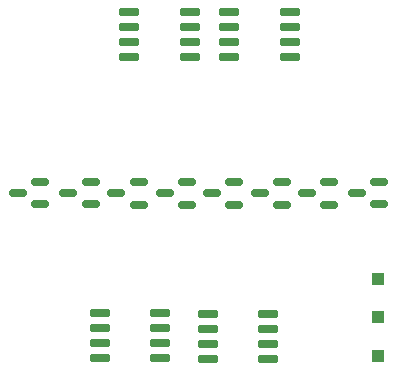
<source format=gbr>
%TF.GenerationSoftware,KiCad,Pcbnew,7.0.6-7.0.6~ubuntu22.04.1*%
%TF.CreationDate,2023-07-31T15:05:58-04:00*%
%TF.ProjectId,readout-box,72656164-6f75-4742-9d62-6f782e6b6963,rev?*%
%TF.SameCoordinates,Original*%
%TF.FileFunction,Soldermask,Bot*%
%TF.FilePolarity,Negative*%
%FSLAX46Y46*%
G04 Gerber Fmt 4.6, Leading zero omitted, Abs format (unit mm)*
G04 Created by KiCad (PCBNEW 7.0.6-7.0.6~ubuntu22.04.1) date 2023-07-31 15:05:58*
%MOMM*%
%LPD*%
G01*
G04 APERTURE LIST*
G04 Aperture macros list*
%AMRoundRect*
0 Rectangle with rounded corners*
0 $1 Rounding radius*
0 $2 $3 $4 $5 $6 $7 $8 $9 X,Y pos of 4 corners*
0 Add a 4 corners polygon primitive as box body*
4,1,4,$2,$3,$4,$5,$6,$7,$8,$9,$2,$3,0*
0 Add four circle primitives for the rounded corners*
1,1,$1+$1,$2,$3*
1,1,$1+$1,$4,$5*
1,1,$1+$1,$6,$7*
1,1,$1+$1,$8,$9*
0 Add four rect primitives between the rounded corners*
20,1,$1+$1,$2,$3,$4,$5,0*
20,1,$1+$1,$4,$5,$6,$7,0*
20,1,$1+$1,$6,$7,$8,$9,0*
20,1,$1+$1,$8,$9,$2,$3,0*%
G04 Aperture macros list end*
%ADD10R,1.000000X1.000000*%
%ADD11RoundRect,0.150000X0.725000X0.150000X-0.725000X0.150000X-0.725000X-0.150000X0.725000X-0.150000X0*%
%ADD12RoundRect,0.150000X0.587500X0.150000X-0.587500X0.150000X-0.587500X-0.150000X0.587500X-0.150000X0*%
G04 APERTURE END LIST*
D10*
%TO.C,J1*%
X75500000Y-59500000D03*
%TD*%
%TO.C,J2*%
X75500000Y-62750000D03*
%TD*%
%TO.C,J3*%
X75500000Y-66000000D03*
%TD*%
D11*
%TO.C,U2*%
X66250000Y-62440000D03*
X66250000Y-63710000D03*
X66250000Y-64980000D03*
X66250000Y-66250000D03*
X61100000Y-66250000D03*
X61100000Y-64980000D03*
X61100000Y-63710000D03*
X61100000Y-62440000D03*
%TD*%
D12*
%TO.C,U15*%
X67375000Y-51320000D03*
X67375000Y-53220000D03*
X65500000Y-52270000D03*
%TD*%
%TO.C,U19*%
X51187500Y-51300000D03*
X51187500Y-53200000D03*
X49312500Y-52250000D03*
%TD*%
D11*
%TO.C,U3*%
X57100000Y-62390000D03*
X57100000Y-63660000D03*
X57100000Y-64930000D03*
X57100000Y-66200000D03*
X51950000Y-66200000D03*
X51950000Y-64930000D03*
X51950000Y-63660000D03*
X51950000Y-62390000D03*
%TD*%
D12*
%TO.C,U16*%
X63375000Y-51320000D03*
X63375000Y-53220000D03*
X61500000Y-52270000D03*
%TD*%
%TO.C,U13*%
X75625000Y-51300000D03*
X75625000Y-53200000D03*
X73750000Y-52250000D03*
%TD*%
D11*
%TO.C,U1*%
X68075000Y-36920000D03*
X68075000Y-38190000D03*
X68075000Y-39460000D03*
X68075000Y-40730000D03*
X62925000Y-40730000D03*
X62925000Y-39460000D03*
X62925000Y-38190000D03*
X62925000Y-36920000D03*
%TD*%
D12*
%TO.C,U20*%
X46937500Y-51300000D03*
X46937500Y-53200000D03*
X45062500Y-52250000D03*
%TD*%
%TO.C,U18*%
X55250000Y-51320000D03*
X55250000Y-53220000D03*
X53375000Y-52270000D03*
%TD*%
D11*
%TO.C,U4*%
X59575000Y-36920000D03*
X59575000Y-38190000D03*
X59575000Y-39460000D03*
X59575000Y-40730000D03*
X54425000Y-40730000D03*
X54425000Y-39460000D03*
X54425000Y-38190000D03*
X54425000Y-36920000D03*
%TD*%
D12*
%TO.C,U14*%
X71375000Y-51320000D03*
X71375000Y-53220000D03*
X69500000Y-52270000D03*
%TD*%
%TO.C,U17*%
X59375000Y-51320000D03*
X59375000Y-53220000D03*
X57500000Y-52270000D03*
%TD*%
M02*

</source>
